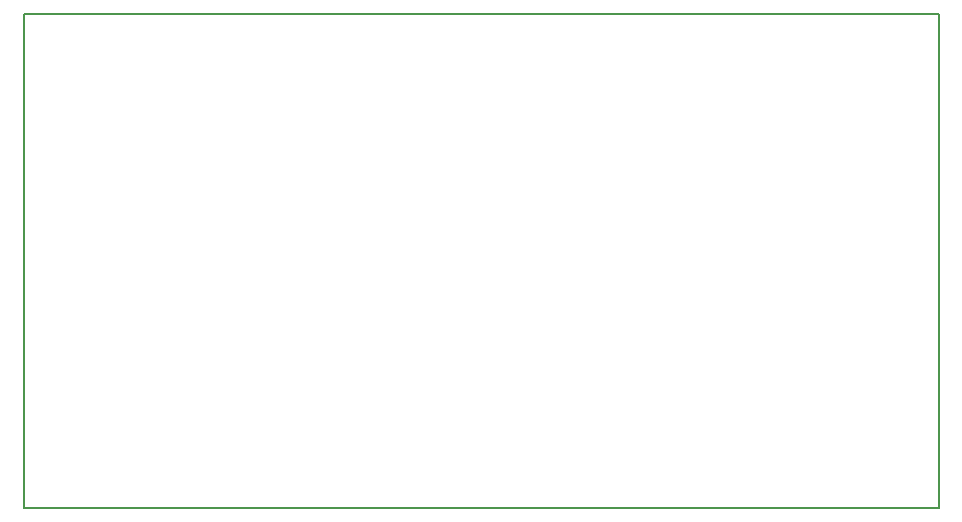
<source format=gbo>
G04 MADE WITH FRITZING*
G04 WWW.FRITZING.ORG*
G04 DOUBLE SIDED*
G04 HOLES PLATED*
G04 CONTOUR ON CENTER OF CONTOUR VECTOR*
%ASAXBY*%
%FSLAX23Y23*%
%MOIN*%
%OFA0B0*%
%SFA1.0B1.0*%
%ADD10R,3.055540X1.657060X3.039540X1.641060*%
%ADD11C,0.008000*%
%LNSILK0*%
G90*
G70*
G54D11*
X4Y1653D02*
X3052Y1653D01*
X3052Y4D01*
X4Y4D01*
X4Y1653D01*
D02*
G04 End of Silk0*
M02*
</source>
